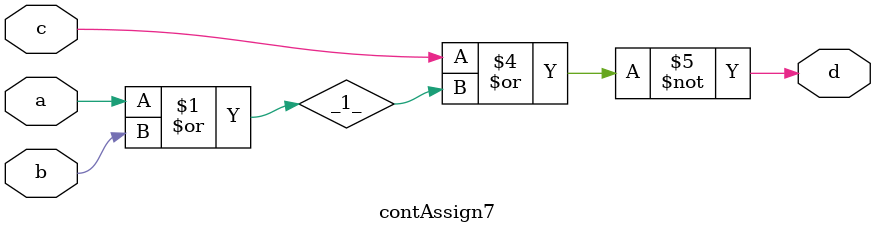
<source format=v>
/* Generated by Yosys 0.8 (git sha1 UNKNOWN, clang 10.0.0 -fPIC -Os) */

(* top =  1  *)
(* src = "/Users/tramyn/Documents/workspaces/cello_workspace/yosysRun/contAssign7.v:1" *)
module contAssign7(a, b, c, d);
  wire _0_;
  wire _1_;
  (* src = "/Users/tramyn/Documents/workspaces/cello_workspace/yosysRun/contAssign7.v:3" *)
  input a;
  (* src = "/Users/tramyn/Documents/workspaces/cello_workspace/yosysRun/contAssign7.v:3" *)
  input b;
  (* src = "/Users/tramyn/Documents/workspaces/cello_workspace/yosysRun/contAssign7.v:3" *)
  input c;
  (* src = "/Users/tramyn/Documents/workspaces/cello_workspace/yosysRun/contAssign7.v:4" *)
  output d;
  assign _0_ = ~(a | b);
  assign _1_ = ~_0_;
  assign d = ~(c | _1_);
endmodule

</source>
